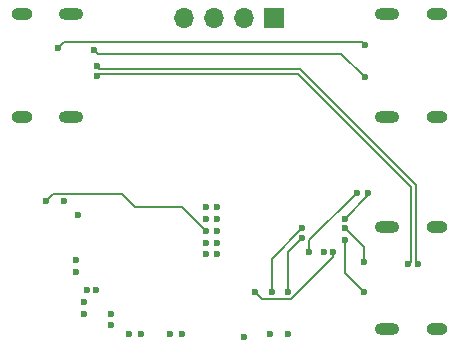
<source format=gbr>
G04 #@! TF.GenerationSoftware,KiCad,Pcbnew,8.0.8*
G04 #@! TF.CreationDate,2025-08-23T08:43:18-04:00*
G04 #@! TF.ProjectId,project-hw-usbc-mux-demux,70726f6a-6563-4742-9d68-772d75736263,rev?*
G04 #@! TF.SameCoordinates,Original*
G04 #@! TF.FileFunction,Copper,L4,Bot*
G04 #@! TF.FilePolarity,Positive*
%FSLAX46Y46*%
G04 Gerber Fmt 4.6, Leading zero omitted, Abs format (unit mm)*
G04 Created by KiCad (PCBNEW 8.0.8) date 2025-08-23 08:43:18*
%MOMM*%
%LPD*%
G01*
G04 APERTURE LIST*
G04 #@! TA.AperFunction,HeatsinkPad*
%ADD10O,2.100000X1.000000*%
G04 #@! TD*
G04 #@! TA.AperFunction,HeatsinkPad*
%ADD11O,1.800000X1.000000*%
G04 #@! TD*
G04 #@! TA.AperFunction,ComponentPad*
%ADD12R,1.700000X1.700000*%
G04 #@! TD*
G04 #@! TA.AperFunction,ComponentPad*
%ADD13O,1.700000X1.700000*%
G04 #@! TD*
G04 #@! TA.AperFunction,ViaPad*
%ADD14C,0.600000*%
G04 #@! TD*
G04 #@! TA.AperFunction,Conductor*
%ADD15C,0.200000*%
G04 #@! TD*
G04 APERTURE END LIST*
D10*
X63395000Y-48320000D03*
D11*
X67575000Y-48320000D03*
D10*
X63395000Y-39680000D03*
D11*
X67575000Y-39680000D03*
D10*
X63395000Y-30320000D03*
D11*
X67575000Y-30320000D03*
D10*
X63395000Y-21680000D03*
D11*
X67575000Y-21680000D03*
D10*
X36605000Y-21680000D03*
D11*
X32425000Y-21680000D03*
D10*
X36605000Y-30320000D03*
D11*
X32425000Y-30320000D03*
D12*
X53800000Y-22000000D03*
D13*
X51260000Y-22000000D03*
X48720000Y-22000000D03*
X46180000Y-22000000D03*
D14*
X37200000Y-38700000D03*
X34500000Y-37500000D03*
X61800000Y-36800000D03*
X59800000Y-39000000D03*
X52200000Y-45200000D03*
X58800000Y-41800000D03*
X61400000Y-42600000D03*
X59800000Y-39800000D03*
X61400000Y-45200000D03*
X59800000Y-40800000D03*
X53600000Y-45200000D03*
X56175735Y-39775735D03*
X55000000Y-45200000D03*
X56200000Y-40600000D03*
X66025000Y-42800000D03*
X65175000Y-42800000D03*
X38800000Y-26925000D03*
X38800000Y-26075000D03*
X36000000Y-37500000D03*
X49000000Y-38000000D03*
X49000000Y-39000000D03*
X49000000Y-40000000D03*
X49000000Y-41000000D03*
X49000000Y-42000000D03*
X48000000Y-42000000D03*
X48000000Y-41000000D03*
X48000000Y-40000000D03*
X48000000Y-39000000D03*
X48000000Y-38000000D03*
X55000000Y-48750000D03*
X53500000Y-48750000D03*
X51250000Y-49000000D03*
X60800000Y-36800000D03*
X56800000Y-41800000D03*
X58000000Y-41800000D03*
X61500000Y-24250000D03*
X35500000Y-24500000D03*
X61500000Y-27000000D03*
X38573818Y-24675000D03*
X40000000Y-48000000D03*
X40000000Y-47000000D03*
X42500000Y-48750000D03*
X41500000Y-48750000D03*
X46000000Y-48750000D03*
X45000000Y-48750000D03*
X37000000Y-43500000D03*
X37000000Y-42500000D03*
X37750000Y-47000000D03*
X37750000Y-46000000D03*
X38750000Y-45000000D03*
X38000000Y-45000000D03*
D15*
X34500000Y-37500000D02*
X35100000Y-36900000D01*
X40900000Y-36900000D02*
X42000000Y-38000000D01*
X35100000Y-36900000D02*
X40900000Y-36900000D01*
X42000000Y-38000000D02*
X46000000Y-38000000D01*
X46000000Y-38000000D02*
X48000000Y-40000000D01*
X61800000Y-37000000D02*
X61800000Y-36800000D01*
X59800000Y-39000000D02*
X61800000Y-37000000D01*
X60800000Y-36800000D02*
X56800000Y-40800000D01*
X56800000Y-40800000D02*
X56800000Y-41800000D01*
X52800000Y-45800000D02*
X52200000Y-45200000D01*
X55248529Y-45800000D02*
X52800000Y-45800000D01*
X58800000Y-41800000D02*
X58800000Y-42248529D01*
X58800000Y-42248529D02*
X55248529Y-45800000D01*
X61400000Y-41400000D02*
X59800000Y-39800000D01*
X61400000Y-42600000D02*
X61400000Y-41400000D01*
X59800000Y-40800000D02*
X59800000Y-43600000D01*
X59800000Y-43600000D02*
X61400000Y-45200000D01*
X56200000Y-40600000D02*
X55000000Y-41800000D01*
X55000000Y-41800000D02*
X55000000Y-45200000D01*
X53600000Y-42351470D02*
X53600000Y-45200000D01*
X56175735Y-39775735D02*
X53600000Y-42351470D01*
X38999999Y-26274999D02*
X55993199Y-26274999D01*
X65374999Y-42600001D02*
X65175000Y-42800000D01*
X38999999Y-26725001D02*
X55806801Y-26725001D01*
X38800000Y-26925000D02*
X38999999Y-26725001D01*
X55806801Y-26725001D02*
X65374999Y-36293199D01*
X55993199Y-26274999D02*
X65825001Y-36106801D01*
X38800000Y-26075000D02*
X38999999Y-26274999D01*
X65374999Y-36293199D02*
X65374999Y-42600001D01*
X65825001Y-36106801D02*
X65825001Y-42600001D01*
X65825001Y-42600001D02*
X66025000Y-42800000D01*
X38573818Y-24675000D02*
X38898818Y-25000000D01*
X38898818Y-25000000D02*
X59500000Y-25000000D01*
X59500000Y-25000000D02*
X61500000Y-27000000D01*
X35500000Y-24500000D02*
X36000000Y-24000000D01*
X36000000Y-24000000D02*
X61250000Y-24000000D01*
X61250000Y-24000000D02*
X61500000Y-24250000D01*
M02*

</source>
